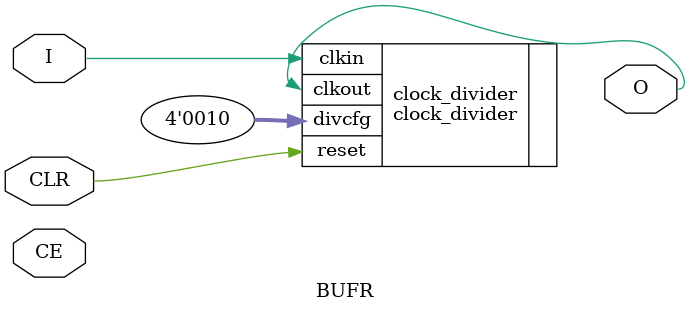
<source format=v>

/*###########################################################################
 *#Clock buffer with built in divider
 *########################################################################### 
 *
 * Division ratios: 1,2,3,4,5,6,7,8, and bypass division ratings
 * 
 * BUFRs can drive:
 * -I/O logic
 * -logic resources
 * 
 * BUFRs can be driven by:
 * -SRCCs and MRCCs in the same clock region
 * -MRCCs in an adjacent clock region using BUFMRs
 * -MMCMs clock outputs 0-3 driving the HPC in the same clock region
 * -MMCMs clock outputs 0-3
 * -General interconnect 
 * 
 * Input to Output Delay (Zynq7010/7020): 1.04/0.80/0.64 (-1/-2/-3 grade) 
 * 
 */ 

module BUFR (/*AUTOARG*/
   // Outputs
   O,
   // Inputs
   I, CE, CLR
   );

   parameter BUFR_DIVIDE=4;
   parameter SIM_DEVICE=0;

   input I;   //clock input
   input CE;  //async output clock enable
   input CLR; //async clear for divider logic
   output O;  //clock output

   //assign O=I & CE & ~CLR;

   //TODO: need to paraemtrize this!!!   
   clock_divider clock_divider (
				// Outputs
				.clkout		(O),
				// Inputs
				.clkin		(I),
				.divcfg		(4'b0010),//div4
				.reset		(CLR)
				);
   
   
endmodule // IBUFDS
// Local Variables:
// verilog-library-directories:("../../common/hdl")
// End:

</source>
